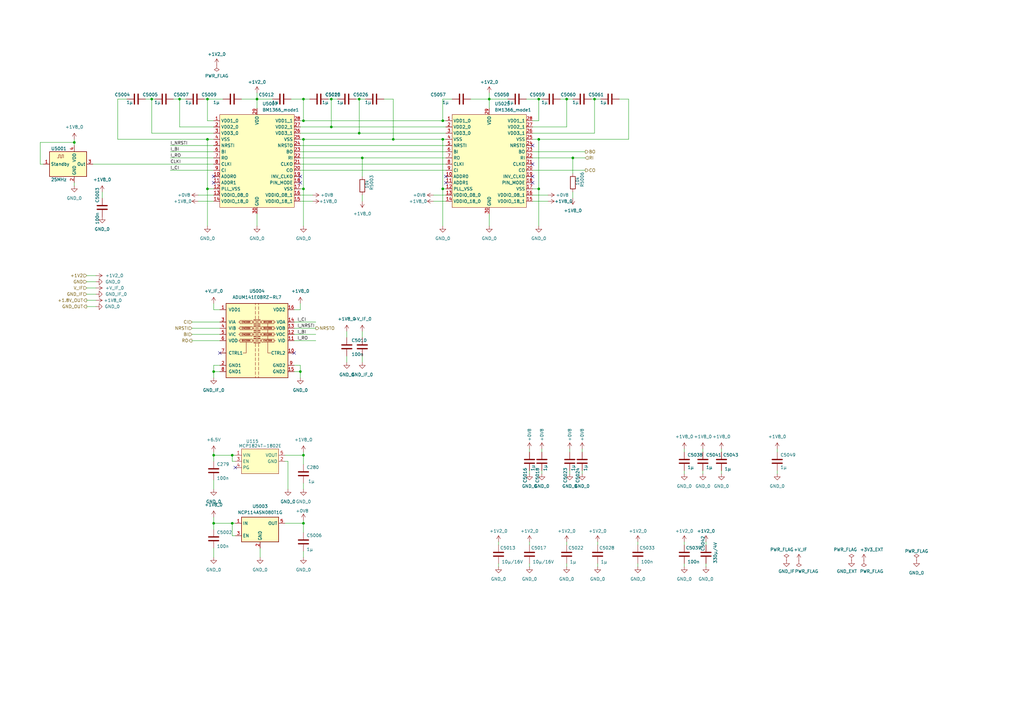
<source format=kicad_sch>
(kicad_sch (version 20231120) (generator "eeschema") (generator_version "8.0")
  (paper "A3")
  (title_block (title "BM1366 PiAxe") (date "2023-10-10") (rev "202"))
  (lib_symbols
    (symbol "Device:C" (pin_numbers hide) (pin_names (offset 0.254))
      (property "Reference" "C" (at 0.635 2.54 0))
      (property "Value" "C" (at 0.635 -2.54 0))
      (symbol "C_1_1"
        (pin passive line (at 0 3.81 270) (length 2.794) (name "~") (number "1"))
        (pin passive line (at 0 -3.81 90) (length 2.794) (name "~") (number "2"))
      )
    )
    (symbol "Device:R" (pin_numbers hide) (pin_names (offset 0))
      (property "Reference" "R" (at 2.032 0 90))
      (property "Value" "R" (at 0 0 90))
      (symbol "R_1_1"
        (pin passive line (at 0 3.81 270) (length 1.27) (name "~") (number "1"))
        (pin passive line (at 0 -3.81 90) (length 1.27) (name "~") (number "2"))
      )
    )
    (symbol "Isolator:ADuM1411" (pin_names (offset 1.016))
      (property "Reference" "U" (at 0 19.05 0))
      (property "Value" "ADuM1411" (at 0 16.51 0))
      (symbol "ADuM1411_0_0"
        (text "DECODE" (at -4.445 0 0) (effects (font (size 0.635 0.635))))
        (text "DECODE" (at 4.445 2.54 0) (effects (font (size 0.635 0.635))))
        (text "DECODE" (at 4.445 5.08 0) (effects (font (size 0.635 0.635))))
        (text "DECODE" (at 4.445 7.62 0) (effects (font (size 0.635 0.635))))
        (text "ENCODE" (at -4.445 2.54 0) (effects (font (size 0.635 0.635))))
        (text "ENCODE" (at -4.445 5.08 0) (effects (font (size 0.635 0.635))))
        (text "ENCODE" (at -4.445 7.62 0) (effects (font (size 0.635 0.635))))
        (text "ENCODE" (at 4.445 0 0) (effects (font (size 0.635 0.635))))
      )
      (symbol "ADuM1411_1_1"
        (pin power_in line (at -15.24 12.7 0) (length 2.54) (name "VDD1") (number "1"))
        (pin input line (at 15.24 -5.08 180) (length 2.54) (name "CTRL2") (number "10"))
        (pin input line (at 15.24 0 180) (length 2.54) (name "VID") (number "11"))
        (pin output line (at 15.24 2.54 180) (length 2.54) (name "VOC") (number "12"))
        (pin output line (at 15.24 5.08 180) (length 2.54) (name "VOB") (number "13"))
        (pin output line (at 15.24 7.62 180) (length 2.54) (name "VOA") (number "14"))
        (pin power_in line (at 15.24 -12.7 180) (length 2.54) (name "GND2") (number "15"))
        (pin power_in line (at 15.24 12.7 180) (length 2.54) (name "VDD2") (number "16"))
        (pin power_in line (at -15.24 -10.16 0) (length 2.54) (name "GND1") (number "2"))
        (pin input line (at -15.24 7.62 0) (length 2.54) (name "VIA") (number "3"))
        (pin input line (at -15.24 5.08 0) (length 2.54) (name "VIB") (number "4"))
        (pin input line (at -15.24 2.54 0) (length 2.54) (name "VIC") (number "5"))
        (pin output line (at -15.24 0 0) (length 2.54) (name "VOD") (number "6"))
        (pin input line (at -15.24 -5.08 0) (length 2.54) (name "CTRL1") (number "7"))
        (pin power_in line (at -15.24 -12.7 0) (length 2.54) (name "GND1") (number "8"))
        (pin power_in line (at 15.24 -10.16 180) (length 2.54) (name "GND2") (number "9"))
      )
    )
    (symbol "Oscillator:ASDMB-xxxMHz"
      (property "Reference" "U" (at -6.35 6.35 0))
      (property "Value" "ASDMB-xxxMHz" (at 11.43 6.35 0))
      (symbol "ASDMB-xxxMHz_1_1"
        (pin input line (at -10.16 0 0) (length 2.54) (name "Standby") (number "1"))
        (pin power_in line (at 2.54 -7.62 90) (length 2.54) (name "GND") (number "2"))
        (pin output line (at 10.16 0 180) (length 2.54) (name "Out") (number "3"))
        (pin power_in line (at 2.54 7.62 270) (length 2.54) (name "VDD") (number "4"))
      )
    )
    (symbol "bitaxe:MCP1824"
      (property "Reference" "U7" (at -3.175 6.985 0))
      (property "Value" "MCP1824T-1802E" (at 0 5.08 0))
      (symbol "MCP1824_1_0"
        (pin power_in line (at -10.16 1.27 0) (length 2.54) (name "VIN") (number "1"))
        (pin power_in line (at 10.16 -1.27 180) (length 2.54) (name "GND") (number "2"))
        (pin input line (at -10.16 -1.27 0) (length 2.54) (name "EN") (number "3"))
        (pin bidirectional line (at -10.16 -3.81 0) (length 2.54) (name "PG") (number "4"))
        (pin power_out line (at 10.16 1.27 180) (length 2.54) (name "VOUT") (number "5"))
      )
    )
    (symbol "mylib7:+0V8_0" (in_bom no) (on_board no)
      (property "Value" "+0V8" (at 0 3.175 90))
      (symbol "+0V8_0_1_1"
        (pin power_in line (at 0 0 90) (length 0) hide (name "+0V8_0") (number "1"))
      )
    )
    (symbol "mylib7:+1V2_0" (power) (pin_names (offset 0))
      (property "Value" "+1V2_0" (at 0 4.445 0))
      (symbol "+1V2_0_1_1"
        (pin power_in line (at 0 0 90) (length 0) hide (name "+1V2_0") (number "1"))
      )
    )
    (symbol "mylib7:+1V8_0" (power) (pin_names (offset 0))
      (property "Value" "+1V8_0" (at 0 5.08 0))
      (symbol "+1V8_0_1_1"
        (pin power_in line (at 0 0 90) (length 0) hide (name "+1V8_0") (number "1"))
      )
    )
    (symbol "mylib7:+3V3_EXT" (power) (pin_names (offset 0))
      (property "Value" "+3V3_EXT" (at 0 4.445 0))
      (symbol "+3V3_EXT_1_1"
        (pin power_in line (at 0 0 90) (length 0) hide (name "+3V3_EXT") (number "1"))
      )
    )
    (symbol "mylib7:+6.5V" (power) (pin_names (offset 0))
      (property "Value" "+6.5V" (at 0 4.445 0))
      (symbol "+6.5V_1_1"
        (pin power_in line (at 0 0 90) (length 0) hide (name "+5V") (number "1"))
      )
    )
    (symbol "mylib7:+V_IF" (power) (pin_names (offset 0))
      (property "Value" "+V_IF" (at 0 5.08 0))
      (symbol "+V_IF_1_1"
        (pin power_in line (at 0 0 90) (length 0) hide (name "+V_IF") (number "1"))
      )
    )
    (symbol "mylib7:+V_IF_0" (power) (pin_names (offset 0))
      (property "Value" "+V_IF_0" (at 0 5.08 0))
      (symbol "+V_IF_0_1_1"
        (pin power_in line (at 0 0 90) (length 0) hide (name "+V_IF") (number "1"))
      )
    )
    (symbol "mylib7:BM1366_mode1"
      (property "Reference" "U8" (at 1.9559 24.13 0))
      (property "Value" "BM1366_mode1" (at 1.9559 21.59 0))
      (symbol "BM1366_mode1_1_1"
        (pin input line (at -17.78 17.78 0) (length 2.54) (name "VDD1_0") (number "1"))
        (pin input line (at -17.78 -5.08 0) (length 2.54) (name "ADDR0") (number "10"))
        (pin input line (at -17.78 -7.62 0) (length 2.54) (name "ADDR1") (number "11"))
        (pin power_in line (at -17.78 -10.16 0) (length 2.54) (name "PLL_VSS") (number "12"))
        (pin power_in line (at -17.78 -12.7 0) (length 2.54) (name "VDDIO_08_0") (number "13"))
        (pin power_in line (at -17.78 -15.24 0) (length 2.54) (name "VDDIO_18_0") (number "14"))
        (pin power_in line (at 17.78 -15.24 180) (length 2.54) (name "VDDIO_18_1") (number "15"))
        (pin power_in line (at 17.78 -12.7 180) (length 2.54) (name "VDDIO_08_1") (number "16"))
        (pin power_in line (at 17.78 -10.16 180) (length 2.54) (name "VSS") (number "17"))
        (pin input line (at 17.78 -7.62 180) (length 2.54) (name "PIN_MODE") (number "18"))
        (pin input line (at 17.78 -5.08 180) (length 2.54) (name "INV_CLKO") (number "19"))
        (pin input line (at -17.78 15.24 0) (length 2.54) (name "VDD2_0") (number "2"))
        (pin output line (at 17.78 -2.54 180) (length 2.54) (name "CO") (number "20"))
        (pin output line (at 17.78 0 180) (length 2.54) (name "CLKO") (number "21"))
        (pin input line (at 17.78 2.54 180) (length 2.54) (name "RI") (number "22"))
        (pin output line (at 17.78 5.08 180) (length 2.54) (name "BO") (number "23"))
        (pin output line (at 17.78 7.62 180) (length 2.54) (name "NRSTO") (number "24"))
        (pin input line (at 17.78 10.16 180) (length 2.54) (name "VSS") (number "25"))
        (pin input line (at 17.78 12.7 180) (length 2.54) (name "VDD3_1") (number "26"))
        (pin input line (at 17.78 15.24 180) (length 2.54) (name "VDD2_1") (number "27"))
        (pin input line (at 17.78 17.78 180) (length 2.54) (name "VDD1_1") (number "28"))
        (pin power_in line (at 0 22.86 270) (length 2.54) (name "VDD") (number "29"))
        (pin input line (at -17.78 12.7 0) (length 2.54) (name "VDD3_0") (number "3"))
        (pin power_in line (at 0 -20.32 90) (length 2.54) (name "GND") (number "30"))
        (pin input line (at -17.78 10.16 0) (length 2.54) (name "VSS") (number "4"))
        (pin input line (at -17.78 7.62 0) (length 2.54) (name "NRSTI") (number "5"))
        (pin input line (at -17.78 5.08 0) (length 2.54) (name "BI") (number "6"))
        (pin output line (at -17.78 2.54 0) (length 2.54) (name "RO") (number "7"))
        (pin input line (at -17.78 0 0) (length 2.54) (name "CLKI") (number "8"))
        (pin input line (at -17.78 -2.54 0) (length 2.54) (name "CI") (number "9"))
      )
    )
    (symbol "mylib7:GND_0" (power) (pin_names (offset 0))
      (property "Value" "GND_0" (at 0 -5.08 0))
      (symbol "GND_0_1_1"
        (pin power_in line (at 0 0 270) (length 0) hide (name "GND_0") (number "1"))
      )
    )
    (symbol "mylib7:GND_EXT" (power) (pin_names (offset 0))
      (property "Value" "GND_EXT" (at 0 -5.08 0))
      (symbol "GND_EXT_1_1"
        (pin power_in line (at 0 0 270) (length 0) hide (name "GND_EXT") (number "1"))
      )
    )
    (symbol "mylib7:GND_IF" (power) (pin_names (offset 0))
      (property "Value" "GND_IF" (at 0 -5.08 0))
      (symbol "GND_IF_1_1"
        (pin power_in line (at 0 0 270) (length 0) hide (name "GND_IF") (number "1"))
      )
    )
    (symbol "mylib7:GND_IF_0" (power) (pin_names (offset 0))
      (property "Value" "GND_IF_0" (at 0 -5.08 0))
      (symbol "GND_IF_0_1_1"
        (pin power_in line (at 0 0 270) (length 0) hide (name "GND_IF") (number "1"))
      )
    )
    (symbol "mylib7:NCP114-SN"
      (property "Reference" "U4" (at 0 9.525 0))
      (property "Value" "NCP115-SN" (at 0 6.985 0))
      (symbol "NCP114-SN_1_1"
        (pin power_in line (at -10.16 2.54 0) (length 2.54) (name "IN") (number "1"))
        (pin power_in line (at 0 -7.62 90) (length 2.54) (name "GND") (number "2"))
        (pin input line (at -10.16 -2.54 0) (length 2.54) (name "EN") (number "3"))
        (pin power_out line (at 10.16 2.54 180) (length 2.54) (name "OUT") (number "5"))
      )
    )
    (symbol "power:PWR_FLAG" (power) (pin_numbers hide) (pin_names (offset 0) hide)
      (property "Value" "PWR_FLAG" (at 0 3.81 0))
      (symbol "PWR_FLAG_0_0"
        (pin power_out line (at 0 0 90) (length 0) (name "pwr") (number "1"))
      )
    )
  )
  (junction (at 243.84 40.64))
  (junction (at 220.98 77.47))
  (junction (at 232.41 40.64))
  (junction (at 85.09 40.64))
  (junction (at 135.89 40.64))
  (junction (at 220.98 40.64))
  (junction (at 181.61 57.15))
  (junction (at 181.61 49.53))
  (junction (at 85.09 77.47))
  (junction (at 200.66 40.64))
  (junction (at 147.32 54.61))
  (junction (at 161.29 57.15))
  (junction (at 181.61 77.47))
  (junction (at 73.66 40.64))
  (junction (at 148.59 64.77))
  (junction (at 234.95 64.77))
  (junction (at 124.46 40.64))
  (junction (at 123.19 152.4))
  (junction (at 147.32 40.64))
  (junction (at 85.09 57.15))
  (junction (at 135.89 52.07))
  (junction (at 30.48 58.42))
  (junction (at 87.63 214.63) (diameter 0.9144))
  (junction (at 124.46 214.63) (diameter 0.9144))
  (junction (at 87.63 152.4))
  (junction (at 124.46 49.53))
  (junction (at 95.25 186.69))
  (junction (at 95.25 214.63))
  (junction (at 220.98 57.15))
  (junction (at 62.23 40.64))
  (junction (at 124.46 186.69))
  (junction (at 124.46 77.47))
  (junction (at 87.63 186.69) (diameter 0.9144))
  (junction (at 105.41 40.64))
  (junction (at 124.46 57.15))
  (no_connect (at 87.63 72.39))
  (no_connect (at 96.52 191.77))
  (no_connect (at 120.65 144.78))
  (no_connect (at 182.88 74.93))
  (no_connect (at 87.63 74.93))
  (no_connect (at 218.44 72.39))
  (no_connect (at 90.17 144.78))
  (no_connect (at 182.88 72.39))
  (no_connect (at 218.44 74.93))
  (no_connect (at 123.19 74.93))
  (no_connect (at 218.44 59.69))
  (no_connect (at 218.44 67.31))
  (no_connect (at 123.19 72.39))
  (wire (pts (xy 59.69 40.64) (xy 62.23 40.64)))
  (wire (pts (xy 135.89 52.07) (xy 182.88 52.07)))
  (wire (pts (xy 200.66 40.64) (xy 208.28 40.64)))
  (wire (pts (xy 69.85 62.23) (xy 87.63 62.23)))
  (wire (pts (xy 148.59 64.77) (xy 148.59 72.39)))
  (wire (pts (xy 123.19 59.69) (xy 182.88 59.69)))
  (wire (pts (xy 30.48 57.15) (xy 30.48 58.42)))
  (wire (pts (xy 69.85 64.77) (xy 87.63 64.77)))
  (wire (pts (xy 35.56 120.65) (xy 39.37 120.65)))
  (wire (pts (xy 87.63 186.69) (xy 95.25 186.69)))
  (wire (pts (xy 142.24 146.05) (xy 142.24 148.59)))
  (wire (pts (xy 182.88 49.53) (xy 181.61 49.53)))
  (wire (pts (xy 124.46 49.53) (xy 124.46 40.64)))
  (wire (pts (xy 280.67 231.14) (xy 280.67 232.41)))
  (wire (pts (xy 73.66 52.07) (xy 87.63 52.07)))
  (wire (pts (xy 242.57 40.64) (xy 243.84 40.64)))
  (wire (pts (xy 87.63 152.4) (xy 87.63 154.94)))
  (wire (pts (xy 233.68 193.04) (xy 233.68 194.31)))
  (wire (pts (xy 120.65 127) (xy 123.19 127)))
  (wire (pts (xy 85.09 49.53) (xy 87.63 49.53)))
  (wire (pts (xy 218.44 77.47) (xy 220.98 77.47)))
  (wire (pts (xy 48.26 40.64) (xy 52.07 40.64)))
  (wire (pts (xy 95.25 189.23) (xy 95.25 186.69)))
  (wire (pts (xy 147.32 40.64) (xy 149.86 40.64)))
  (wire (pts (xy 35.56 113.03) (xy 39.37 113.03)))
  (wire (pts (xy 257.81 40.64) (xy 254 40.64)))
  (wire (pts (xy 148.59 64.77) (xy 182.88 64.77)))
  (wire (pts (xy 123.19 54.61) (xy 147.32 54.61)))
  (wire (pts (xy 116.84 214.63) (xy 124.46 214.63)))
  (wire (pts (xy 73.66 52.07) (xy 73.66 40.64)))
  (wire (pts (xy 161.29 57.15) (xy 181.61 57.15)))
  (wire (pts (xy 87.63 212.09) (xy 87.63 214.63)))
  (wire (pts (xy 134.62 40.64) (xy 135.89 40.64)))
  (wire (pts (xy 87.63 214.63) (xy 87.63 217.17)))
  (wire (pts (xy 96.52 219.71) (xy 95.25 219.71)))
  (wire (pts (xy 38.1 67.31) (xy 87.63 67.31)))
  (wire (pts (xy 90.17 134.62) (xy 78.74 134.62)))
  (wire (pts (xy 81.28 80.01) (xy 87.63 80.01)))
  (wire (pts (xy 123.19 52.07) (xy 135.89 52.07)))
  (wire (pts (xy 280.67 185.42) (xy 280.67 184.15)))
  (wire (pts (xy 161.29 57.15) (xy 161.29 40.64)))
  (wire (pts (xy 261.62 231.14) (xy 261.62 232.41)))
  (wire (pts (xy 73.66 40.64) (xy 76.2 40.64)))
  (wire (pts (xy 218.44 52.07) (xy 232.41 52.07)))
  (wire (pts (xy 123.19 62.23) (xy 182.88 62.23)))
  (wire (pts (xy 78.74 137.16) (xy 90.17 137.16)))
  (wire (pts (xy 220.98 77.47) (xy 220.98 92.71)))
  (wire (pts (xy 200.66 87.63) (xy 200.66 92.71)))
  (wire (pts (xy 129.54 132.08) (xy 120.65 132.08)))
  (wire (pts (xy 218.44 80.01) (xy 224.79 80.01)))
  (wire (pts (xy 124.46 226.06) (xy 124.46 228.6)))
  (wire (pts (xy 238.76 184.15) (xy 238.76 185.42)))
  (wire (pts (xy 87.63 196.85) (xy 87.63 200.66)))
  (wire (pts (xy 95.25 214.63) (xy 96.52 214.63)))
  (wire (pts (xy 142.24 135.89) (xy 142.24 138.43)))
  (wire (pts (xy 234.95 64.77) (xy 240.03 64.77)))
  (wire (pts (xy 148.59 135.89) (xy 148.59 138.43)))
  (wire (pts (xy 62.23 40.64) (xy 63.5 40.64)))
  (wire (pts (xy 90.17 127) (xy 87.63 127)))
  (wire (pts (xy 123.19 149.86) (xy 123.19 152.4)))
  (wire (pts (xy 16.51 58.42) (xy 16.51 67.31)))
  (wire (pts (xy 233.68 184.15) (xy 233.68 185.42)))
  (wire (pts (xy 222.25 193.04) (xy 222.25 194.31)))
  (wire (pts (xy 90.17 149.86) (xy 87.63 149.86)))
  (wire (pts (xy 120.65 137.16) (xy 129.54 137.16)))
  (wire (pts (xy 243.84 40.64) (xy 246.38 40.64)))
  (wire (pts (xy 85.09 57.15) (xy 85.09 77.47)))
  (wire (pts (xy 99.06 40.64) (xy 105.41 40.64)))
  (wire (pts (xy 218.44 57.15) (xy 220.98 57.15)))
  (wire (pts (xy 85.09 77.47) (xy 87.63 77.47)))
  (wire (pts (xy 295.91 184.15) (xy 295.91 185.42)))
  (wire (pts (xy 124.46 57.15) (xy 161.29 57.15)))
  (wire (pts (xy 182.88 77.47) (xy 181.61 77.47)))
  (wire (pts (xy 35.56 123.19) (xy 39.37 123.19)))
  (wire (pts (xy 182.88 57.15) (xy 181.61 57.15)))
  (wire (pts (xy 215.9 40.64) (xy 220.98 40.64)))
  (wire (pts (xy 181.61 77.47) (xy 181.61 92.71)))
  (wire (pts (xy 87.63 186.69) (xy 87.63 189.23)))
  (wire (pts (xy 124.46 185.42) (xy 124.46 186.69)))
  (wire (pts (xy 87.63 185.42) (xy 87.63 186.69)))
  (wire (pts (xy 220.98 40.64) (xy 222.25 40.64)))
  (wire (pts (xy 295.91 193.04) (xy 295.91 194.31)))
  (wire (pts (xy 87.63 127) (xy 87.63 124.46)))
  (wire (pts (xy 217.17 231.14) (xy 217.17 232.41)))
  (wire (pts (xy 123.19 82.55) (xy 128.27 82.55)))
  (wire (pts (xy 232.41 40.64) (xy 234.95 40.64)))
  (wire (pts (xy 218.44 54.61) (xy 243.84 54.61)))
  (wire (pts (xy 95.25 214.63) (xy 95.25 219.71)))
  (wire (pts (xy 147.32 54.61) (xy 147.32 40.64)))
  (wire (pts (xy 41.91 78.74) (xy 41.91 81.28)))
  (wire (pts (xy 90.17 152.4) (xy 87.63 152.4)))
  (wire (pts (xy 222.25 184.15) (xy 222.25 185.42)))
  (wire (pts (xy 30.48 58.42) (xy 30.48 59.69)))
  (wire (pts (xy 95.25 189.23) (xy 96.52 189.23)))
  (wire (pts (xy 280.67 222.25) (xy 280.67 223.52)))
  (wire (pts (xy 245.11 231.14) (xy 245.11 232.41)))
  (wire (pts (xy 123.19 80.01) (xy 128.27 80.01)))
  (wire (pts (xy 181.61 57.15) (xy 181.61 77.47)))
  (wire (pts (xy 232.41 231.14) (xy 232.41 232.41)))
  (wire (pts (xy 35.56 115.57) (xy 39.37 115.57)))
  (wire (pts (xy 289.56 222.25) (xy 289.56 223.52)))
  (wire (pts (xy 261.62 222.25) (xy 261.62 223.52)))
  (wire (pts (xy 71.12 40.64) (xy 73.66 40.64)))
  (wire (pts (xy 118.11 189.23) (xy 116.84 189.23)))
  (wire (pts (xy 106.68 224.79) (xy 106.68 228.6)))
  (wire (pts (xy 234.95 64.77) (xy 234.95 71.12)))
  (wire (pts (xy 87.63 149.86) (xy 87.63 152.4)))
  (wire (pts (xy 148.59 80.01) (xy 148.59 82.55)))
  (wire (pts (xy 81.28 82.55) (xy 87.63 82.55)))
  (wire (pts (xy 234.95 78.74) (xy 234.95 81.28)))
  (wire (pts (xy 218.44 64.77) (xy 234.95 64.77)))
  (wire (pts (xy 217.17 222.25) (xy 217.17 223.52)))
  (wire (pts (xy 245.11 222.25) (xy 245.11 223.52)))
  (wire (pts (xy 123.19 127) (xy 123.19 124.46)))
  (wire (pts (xy 85.09 40.64) (xy 85.09 49.53)))
  (wire (pts (xy 218.44 69.85) (xy 240.03 69.85)))
  (wire (pts (xy 105.41 40.64) (xy 111.76 40.64)))
  (wire (pts (xy 238.76 193.04) (xy 238.76 194.31)))
  (wire (pts (xy 30.48 58.42) (xy 16.51 58.42)))
  (wire (pts (xy 288.29 193.04) (xy 288.29 194.31)))
  (wire (pts (xy 35.56 125.73) (xy 39.37 125.73)))
  (wire (pts (xy 218.44 49.53) (xy 220.98 49.53)))
  (wire (pts (xy 229.87 40.64) (xy 232.41 40.64)))
  (wire (pts (xy 116.84 186.69) (xy 124.46 186.69)))
  (wire (pts (xy 204.47 222.25) (xy 204.47 223.52)))
  (wire (pts (xy 177.8 82.55) (xy 182.88 82.55)))
  (wire (pts (xy 124.46 213.36) (xy 124.46 214.63)))
  (wire (pts (xy 120.65 149.86) (xy 123.19 149.86)))
  (wire (pts (xy 124.46 186.69) (xy 124.46 190.5)))
  (wire (pts (xy 95.25 186.69) (xy 96.52 186.69)))
  (wire (pts (xy 204.47 231.14) (xy 204.47 232.41)))
  (wire (pts (xy 83.82 40.64) (xy 85.09 40.64)))
  (wire (pts (xy 123.19 67.31) (xy 182.88 67.31)))
  (wire (pts (xy 217.17 184.15) (xy 217.17 185.42)))
  (wire (pts (xy 87.63 57.15) (xy 85.09 57.15)))
  (wire (pts (xy 124.46 40.64) (xy 127 40.64)))
  (wire (pts (xy 220.98 49.53) (xy 220.98 40.64)))
  (wire (pts (xy 123.19 57.15) (xy 124.46 57.15)))
  (wire (pts (xy 35.56 118.11) (xy 39.37 118.11)))
  (wire (pts (xy 90.17 139.7) (xy 78.74 139.7)))
  (wire (pts (xy 105.41 40.64) (xy 105.41 44.45)))
  (wire (pts (xy 147.32 54.61) (xy 182.88 54.61)))
  (wire (pts (xy 318.77 193.04) (xy 318.77 194.31)))
  (wire (pts (xy 123.19 69.85) (xy 182.88 69.85)))
  (wire (pts (xy 280.67 193.04) (xy 280.67 194.31)))
  (wire (pts (xy 181.61 40.64) (xy 185.42 40.64)))
  (wire (pts (xy 123.19 49.53) (xy 124.46 49.53)))
  (wire (pts (xy 105.41 87.63) (xy 105.41 92.71)))
  (wire (pts (xy 218.44 82.55) (xy 224.79 82.55)))
  (wire (pts (xy 129.54 134.62) (xy 120.65 134.62)))
  (wire (pts (xy 123.19 152.4) (xy 123.19 154.94)))
  (wire (pts (xy 289.56 231.14) (xy 289.56 232.41)))
  (wire (pts (xy 90.17 132.08) (xy 78.74 132.08)))
  (wire (pts (xy 85.09 40.64) (xy 91.44 40.64)))
  (wire (pts (xy 124.46 57.15) (xy 124.46 77.47)))
  (wire (pts (xy 318.77 185.42) (xy 318.77 184.15)))
  (wire (pts (xy 87.63 214.63) (xy 95.25 214.63)))
  (wire (pts (xy 218.44 62.23) (xy 240.03 62.23)))
  (wire (pts (xy 193.04 40.64) (xy 200.66 40.64)))
  (wire (pts (xy 69.85 59.69) (xy 87.63 59.69)))
  (wire (pts (xy 69.85 69.85) (xy 87.63 69.85)))
  (wire (pts (xy 288.29 185.42) (xy 288.29 184.15)))
  (wire (pts (xy 243.84 54.61) (xy 243.84 40.64)))
  (wire (pts (xy 129.54 139.7) (xy 120.65 139.7)))
  (wire (pts (xy 123.19 152.4) (xy 120.65 152.4)))
  (wire (pts (xy 200.66 40.64) (xy 200.66 44.45)))
  (wire (pts (xy 30.48 74.93) (xy 30.48 76.2)))
  (wire (pts (xy 124.46 49.53) (xy 181.61 49.53)))
  (wire (pts (xy 85.09 77.47) (xy 85.09 92.71)))
  (wire (pts (xy 257.81 57.15) (xy 257.81 40.64)))
  (wire (pts (xy 148.59 146.05) (xy 148.59 148.59)))
  (wire (pts (xy 85.09 57.15) (xy 48.26 57.15)))
  (wire (pts (xy 119.38 40.64) (xy 124.46 40.64)))
  (wire (pts (xy 200.66 38.1) (xy 200.66 40.64)))
  (wire (pts (xy 123.19 77.47) (xy 124.46 77.47)))
  (wire (pts (xy 48.26 57.15) (xy 48.26 40.64)))
  (wire (pts (xy 105.41 38.1) (xy 105.41 40.64)))
  (wire (pts (xy 232.41 52.07) (xy 232.41 40.64)))
  (wire (pts (xy 177.8 80.01) (xy 182.88 80.01)))
  (wire (pts (xy 161.29 40.64) (xy 157.48 40.64)))
  (wire (pts (xy 135.89 52.07) (xy 135.89 40.64)))
  (wire (pts (xy 146.05 40.64) (xy 147.32 40.64)))
  (wire (pts (xy 62.23 54.61) (xy 62.23 40.64)))
  (wire (pts (xy 181.61 40.64) (xy 181.61 49.53)))
  (wire (pts (xy 220.98 57.15) (xy 257.81 57.15)))
  (wire (pts (xy 220.98 57.15) (xy 220.98 77.47)))
  (wire (pts (xy 123.19 64.77) (xy 148.59 64.77)))
  (wire (pts (xy 135.89 40.64) (xy 138.43 40.64)))
  (wire (pts (xy 118.11 189.23) (xy 118.11 200.66)))
  (wire (pts (xy 124.46 198.12) (xy 124.46 200.66)))
  (wire (pts (xy 87.63 224.79) (xy 87.63 228.6)))
  (wire (pts (xy 217.17 193.04) (xy 217.17 194.31)))
  (wire (pts (xy 124.46 214.63) (xy 124.46 218.44)))
  (wire (pts (xy 232.41 222.25) (xy 232.41 223.52)))
  (wire (pts (xy 124.46 77.47) (xy 124.46 92.71)))
  (wire (pts (xy 16.51 67.31) (xy 17.78 67.31)))
  (wire (pts (xy 62.23 54.61) (xy 87.63 54.61)))
  (label "CLKI" (at 69.85 67.31 0))
  (label "I_BI" (at 121.92 137.16 0))
  (label "I_BI" (at 69.85 62.23 0))
  (label "I_CI" (at 121.92 132.08 0))
  (label "I_CI" (at 69.85 69.85 0))
  (label "I_RO" (at 121.92 139.7 0))
  (label "I_NRSTI" (at 121.92 134.62 0))
  (label "I_NRSTI" (at 69.85 59.69 0))
  (label "I_RO" (at 69.85 64.77 0))
  (hierarchical_label "BI" (shape input) (at 78.74 137.16 180))
  (hierarchical_label "+1.8V_OUT" (shape output) (at 35.56 123.19 180))
  (hierarchical_label "GND" (shape input) (at 35.56 115.57 180))
  (hierarchical_label "BO" (shape output) (at 240.03 62.23 0))
  (hierarchical_label "NRSTI" (shape input) (at 78.74 134.62 180))
  (hierarchical_label "CI" (shape input) (at 78.74 132.08 180))
  (hierarchical_label "V_IF" (shape input) (at 35.56 118.11 180))
  (hierarchical_label "+1V2" (shape input) (at 35.56 113.03 180))
  (hierarchical_label "NRSTO" (shape output) (at 129.54 134.62 0))
  (hierarchical_label "RI" (shape input) (at 240.03 64.77 0))
  (hierarchical_label "GND_OUT" (shape output) (at 35.56 125.73 180))
  (hierarchical_label "CO" (shape output) (at 240.03 69.85 0))
  (hierarchical_label "RO" (shape output) (at 78.74 139.7 180))
  (hierarchical_label "GND_IF" (shape input) (at 35.56 120.65 180))
  (symbol (lib_id "mylib7:+0V8_0") (at 81.28 80.01 90) (unit 1) (in_bom no) (on_board no)
    (property "Reference" "U5006" (effects (hide yes)))
    (property "Value" "+0V8" (at 78.105 80.01 90) (effects (justify left)))
    (property "Distributor" "-" (effects (hide yes)))
  )
  (symbol (lib_id "mylib7:GND_0") (at 123.19 154.94 0) (unit 1)
    (property "Reference" "#PWR05018" (effects (hide yes)))
    (property "Value" "GND_0" (at 123.19 160.02 0))
  )
  (symbol (lib_id "mylib7:+1V2_0") (at 204.47 222.25 0) (unit 1)
    (property "Reference" "#PWR05029" (effects (hide yes)))
    (property "Value" "+1V2_0" (at 204.47 217.805 0))
  )
  (symbol (lib_id "Device:C") (at 233.68 189.23 180) (unit 1)
    (property "Reference" "C5023" (at 231.14 191.77 90) (effects (justify left bottom)))
    (property "Value" "1µ" (at 234.315 190.5 90) (effects (justify left bottom)))
    (property "Footprint" "Capacitor_SMD:C_0603_1608Metric" (effects (hide yes)))
    (property "Manufacturer" "CC0603KRX7R7BB105" (effects (hide yes)))
    (property "Distributor" "D" (effects (hide yes)))
    (property "OrderNr" "311-1446-1-ND" (effects (hide yes)))
  )
  (symbol (lib_id "mylib7:+V_IF_0") (at 148.59 135.89 0) (unit 1)
    (property "Reference" "#PWR0149" (effects (hide yes)))
    (property "Value" "+V_IF_0" (at 148.59 130.81 0))
  )
  (symbol (lib_id "mylib7:+1V2_0") (at 280.67 222.25 0) (unit 1)
    (property "Reference" "#PWR05079" (effects (hide yes)))
    (property "Value" "+1V2_0" (at 280.67 217.805 0))
  )
  (symbol (lib_id "Device:C") (at 295.91 189.23 0) (unit 1)
    (property "Reference" "C5043" (at 296.545 187.325 0) (effects (justify left bottom)))
    (property "Value" "1µ" (at 297.18 193.04 0) (effects (justify left bottom)))
    (property "Footprint" "Capacitor_SMD:C_0603_1608Metric" (effects (hide yes)))
    (property "Manufacturer" "CC0603KRX7R7BB105" (effects (hide yes)))
    (property "Distributor" "D" (effects (hide yes)))
    (property "OrderNr" "311-1446-1-ND" (effects (hide yes)))
  )
  (symbol (lib_id "Device:R") (at 234.95 74.93 0) (unit 1)
    (property "Reference" "R5006" (at 238.76 73.66 90))
    (property "Value" "10k" (at 236.855 74.295 90))
    (property "Footprint" "Resistor_SMD:R_0603_1608Metric" (effects (hide yes)))
    (property "Manufacturer" "ERJ-H3EF1002V" (effects (hide yes)))
    (property "Distributor" "D" (effects (hide yes)))
    (property "OrderNr" "10-ERJ-H3EF1002VCT-ND" (effects (hide yes)))
  )
  (symbol (lib_id "mylib7:+1V8_0") (at 123.19 124.46 0) (mirror y) (unit 1)
    (property "Reference" "#PWR05017" (effects (hide yes)))
    (property "Value" "+1V8_0" (at 123.19 119.38 0))
  )
  (symbol (lib_id "mylib7:+1V8_0") (at 177.8 82.55 90) (unit 1)
    (property "Reference" "#PWR05118" (effects (hide yes)))
    (property "Value" "+1V8_0" (at 171.45 82.55 90))
  )
  (symbol (lib_id "mylib7:+1V8_0") (at 30.48 57.15 0) (unit 1)
    (property "Reference" "#PWR05001" (effects (hide yes)))
    (property "Value" "+1V8_0" (at 30.48 52.07 0))
  )
  (symbol (lib_id "mylib7:GND_IF") (at 322.58 229.87 0) (unit 1)
    (property "Reference" "#PWR05100" (effects (hide yes)))
    (property "Value" "GND_IF" (at 322.58 234.315 0))
  )
  (symbol (lib_id "power:PWR_FLAG") (at 354.33 229.87 180) (unit 1)
    (property "Reference" "#FLG05006" (effects (hide yes)))
    (property "Value" "PWR_FLAG" (at 357.505 234.315 0))
  )
  (symbol (lib_id "mylib7:GND_0") (at 124.46 228.6 0) (mirror y) (unit 1)
    (property "Reference" "#PWR05014" (effects (hide yes)))
    (property "Value" "GND_0" (at 124.46 233.68 0))
  )
  (symbol (lib_id "Device:C") (at 261.62 227.33 0) (unit 1)
    (property "Reference" "C5033" (at 262.255 225.425 0) (effects (justify left bottom)))
    (property "Value" "100n" (at 262.89 231.14 0) (effects (justify left bottom)))
    (property "Footprint" "Capacitor_SMD:C_0603_1608Metric" (effects (hide yes)))
    (property "Manufacturer" "CC0603KRX5R9BB104" (effects (hide yes)))
    (property "Distributor" "D" (effects (hide yes)))
    (property "OrderNr" "311-4046-1-ND" (effects (hide yes)))
  )
  (symbol (lib_id "mylib7:+0V8_0") (at 222.25 184.15 0) (unit 1) (in_bom no) (on_board no)
    (property "Reference" "U5010" (effects (hide yes)))
    (property "Value" "+0V8" (at 222.25 180.975 90) (effects (justify left)))
    (property "Distributor" "-" (effects (hide yes)))
  )
  (symbol (lib_id "mylib7:GND_0") (at 238.76 194.31 0) (mirror y) (unit 1)
    (property "Reference" "#PWR05049" (effects (hide yes)))
    (property "Value" "GND_0" (at 238.76 199.39 0))
  )
  (symbol (lib_id "Device:C") (at 87.63 193.04 0) (unit 1)
    (property "Reference" "C279" (at 88.9 191.135 0) (effects (justify left bottom)))
    (property "Value" "100n" (at 88.9 196.85 0) (effects (justify left bottom)))
    (property "Footprint" "Capacitor_SMD:C_0603_1608Metric" (effects (hide yes)))
    (property "Manufacturer" "CC0603KRX5R9BB104" (effects (hide yes)))
    (property "Distributor" "D" (effects (hide yes)))
    (property "OrderNr" "311-4046-1-ND" (effects (hide yes)))
  )
  (symbol (lib_id "mylib7:+1V8_0") (at 142.24 135.89 0) (unit 1)
    (property "Reference" "#PWR05022" (effects (hide yes)))
    (property "Value" "+1V8_0" (at 142.24 130.81 0))
  )
  (symbol (lib_id "mylib7:BM1366_mode1") (at 200.66 67.31 0) (unit 1)
    (property "Reference" "U5025" (at 202.8541 42.545 0) (effects (justify left)))
    (property "Value" "BM1366_mode1" (at 202.8541 45.085 0) (effects (justify left)))
    (property "Footprint" "0xaxe:BM1366" (effects (hide yes)))
    (property "Distributor" "-" (effects (hide yes)))
  )
  (symbol (lib_id "Device:R") (at 148.59 76.2 0) (unit 1)
    (property "Reference" "R5003" (at 152.4 74.93 90))
    (property "Value" "10k" (at 150.495 75.565 90))
    (property "Footprint" "Resistor_SMD:R_0603_1608Metric" (effects (hide yes)))
    (property "Manufacturer" "ERJ-H3EF1002V" (effects (hide yes)))
    (property "Distributor" "D" (effects (hide yes)))
    (property "OrderNr" "10-ERJ-H3EF1002VCT-ND" (effects (hide yes)))
  )
  (symbol (lib_id "mylib7:GND_IF_0") (at 87.63 154.94 0) (unit 1)
    (property "Reference" "#PWR0137" (effects (hide yes)))
    (property "Value" "GND_IF_0" (at 87.63 160.02 0))
  )
  (symbol (lib_id "mylib7:GND_0") (at 87.63 200.66 0) (unit 1)
    (property "Reference" "#PWR0606" (effects (hide yes)))
    (property "Value" "GND_0" (at 87.63 205.74 0))
  )
  (symbol (lib_id "Device:C") (at 232.41 227.33 0) (unit 1)
    (property "Reference" "C5022" (at 233.045 225.425 0) (effects (justify left bottom)))
    (property "Value" "1µ" (at 233.68 231.14 0) (effects (justify left bottom)))
    (property "Footprint" "Capacitor_SMD:C_0603_1608Metric" (effects (hide yes)))
    (property "Manufacturer" "CC0603KRX7R7BB105" (effects (hide yes)))
    (property "Distributor" "D" (effects (hide yes)))
    (property "OrderNr" "311-1446-1-ND" (effects (hide yes)))
  )
  (symbol (lib_id "mylib7:+V_IF_0") (at 87.63 124.46 0) (unit 1)
    (property "Reference" "#PWR0148" (effects (hide yes)))
    (property "Value" "+V_IF_0" (at 87.63 119.38 0))
  )
  (symbol (lib_id "bitaxe:MCP1824") (at 106.68 187.96 0) (unit 1)
    (property "Reference" "U115" (at 103.505 180.975 0))
    (property "Value" "MCP1824T-1802E" (at 106.68 182.88 0))
    (property "Footprint" "Package_TO_SOT_SMD:SOT-23-5" (effects (hide yes)))
    (property "Datasheet" "https://ww1.microchip.com/downloads/en/DeviceDoc/22070a.pdf" (effects (hide yes)))
    (property "OrderNr" "MCP1824T-1802E/OTCT-ND" (effects (hide yes)))
    (property "Distributor" "D" (effects (hide yes)))
    (property "Manufacturer" "MCP1824T-1802E/OT" (effects (hide yes)))
  )
  (symbol (lib_id "Device:C") (at 204.47 227.33 0) (unit 1)
    (property "Reference" "C5013" (at 205.105 225.425 0) (effects (justify left bottom)))
    (property "Value" "10µ/16V" (at 205.74 231.14 0) (effects (justify left bottom)))
    (property "Footprint" "Capacitor_SMD:C_0603_1608Metric" (effects (hide yes)))
    (property "Manufacturer" "GRT188R61C106KE13D" (effects (hide yes)))
    (property "Distributor" "D" (effects (hide yes)))
    (property "OrderNr" "490-12317-1-ND" (effects (hide yes)))
  )
  (symbol (lib_id "mylib7:GND_0") (at 85.09 92.71 0) (mirror y) (unit 1)
    (property "Reference" "#PWR05020" (effects (hide yes)))
    (property "Value" "GND_0" (at 85.09 97.79 0))
  )
  (symbol (lib_id "mylib7:GND_0") (at 289.56 232.41 0) (mirror y) (unit 1)
    (property "Reference" "#PWR05086" (effects (hide yes)))
    (property "Value" "GND_0" (at 289.56 237.49 0))
  )
  (symbol (lib_id "mylib7:BM1366_mode1") (at 105.41 67.31 0) (unit 1)
    (property "Reference" "U5007" (at 107.6041 42.545 0) (effects (justify left)))
    (property "Value" "BM1366_mode1" (at 107.6041 45.085 0) (effects (justify left)))
    (property "Footprint" "0xaxe:BM1366" (effects (hide yes)))
    (property "Distributor" "-" (effects (hide yes)))
  )
  (symbol (lib_id "mylib7:GND_IF_0") (at 39.37 120.65 90) (unit 1)
    (property "Reference" "#PWR0136" (effects (hide yes)))
    (property "Value" "GND_IF_0" (at 43.18 120.6499 90) (effects (justify right)))
  )
  (symbol (lib_id "mylib7:GND_0") (at 124.46 200.66 0) (unit 1)
    (property "Reference" "#PWR077" (effects (hide yes)))
    (property "Value" "GND_0" (at 124.46 205.74 0))
  )
  (symbol (lib_id "Device:C") (at 212.09 40.64 90) (unit 1)
    (property "Reference" "C5058" (at 208.915 38.1 90) (effects (justify left bottom)))
    (property "Value" "1µ" (at 210.82 41.275 90) (effects (justify left bottom)))
    (property "Footprint" "Capacitor_SMD:C_0603_1608Metric" (effects (hide yes)))
    (property "Manufacturer" "CC0603KRX7R7BB105" (effects (hide yes)))
    (property "Distributor" "D" (effects (hide yes)))
    (property "OrderNr" "311-1446-1-ND" (effects (hide yes)))
  )
  (symbol (lib_id "mylib7:GND_0") (at 39.37 125.73 90) (unit 1)
    (property "Reference" "#PWR05018" (effects (hide yes)))
    (property "Value" "GND_0" (at 42.926 125.73 90) (effects (justify right)))
  )
  (symbol (lib_id "Device:C") (at 55.88 40.64 90) (unit 1)
    (property "Reference" "C5004" (at 53.34 38.1 90) (effects (justify left bottom)))
    (property "Value" "1µ" (at 54.61 41.275 90) (effects (justify left bottom)))
    (property "Footprint" "Capacitor_SMD:C_0603_1608Metric" (effects (hide yes)))
    (property "Manufacturer" "CC0603KRX7R7BB105" (effects (hide yes)))
    (property "Distributor" "D" (effects (hide yes)))
    (property "OrderNr" "311-1446-1-ND" (effects (hide yes)))
  )
  (symbol (lib_id "Device:C") (at 280.67 189.23 0) (unit 1)
    (property "Reference" "C5038" (at 281.94 187.325 0) (effects (justify left bottom)))
    (property "Value" "1µ" (at 281.94 192.405 0) (effects (justify left bottom)))
    (property "Footprint" "Capacitor_SMD:C_0603_1608Metric" (effects (hide yes)))
    (property "Manufacturer" "CC0603KRX7R7BB105" (effects (hide yes)))
    (property "Distributor" "D" (effects (hide yes)))
    (property "OrderNr" "311-1446-1-ND" (effects (hide yes)))
  )
  (symbol (lib_id "power:PWR_FLAG") (at 327.66 229.87 180) (unit 1)
    (property "Reference" "#FLG05004" (effects (hide yes)))
    (property "Value" "PWR_FLAG" (at 330.835 234.315 0))
  )
  (symbol (lib_id "mylib7:+1V8_0") (at 39.37 123.19 270) (mirror x) (unit 1)
    (property "Reference" "#PWR05017" (effects (hide yes)))
    (property "Value" "+1V8_0" (at 42.545 123.19 90) (effects (justify left)))
  )
  (symbol (lib_id "Isolator:ADuM1411") (at 105.41 139.7 0) (unit 1)
    (property "Reference" "U5004" (at 105.41 119.38 0))
    (property "Value" "ADUM141E0BRZ-RL7" (at 105.41 121.92 0))
    (property "Footprint" "Package_SO:SOIC-16_3.9x9.9mm_P1.27mm" (effects (hide yes)))
    (property "Datasheet" "https://www.analog.com/media/en/technical-documentation/data-sheets/ADUM1410_1411_1412.pdf" (effects (hide yes)))
    (property "Distributor" "D" (effects (hide yes)))
    (property "Manufacturer" "ADUM141E0BRZ-RL7" (effects (hide yes)))
    (property "OrderNr" "505-ADUM141E0BRZ-RL7CT-ND" (effects (hide yes)))
  )
  (symbol (lib_id "mylib7:+6.5V") (at 87.63 185.42 0) (unit 1)
    (property "Reference" "#PWR0491" (effects (hide yes)))
    (property "Value" "+6.5V" (at 87.63 180.34 0))
  )
  (symbol (lib_id "mylib7:+1V8_0") (at 124.46 185.42 0) (unit 1)
    (property "Reference" "#PWR0608" (effects (hide yes)))
    (property "Value" "+1V8_0" (at 124.46 180.34 0))
  )
  (symbol (lib_id "Device:C") (at 124.46 194.31 0) (unit 1)
    (property "Reference" "C280" (at 125.73 192.405 0) (effects (justify left bottom)))
    (property "Value" "1µ" (at 126.365 198.12 0) (effects (justify left bottom)))
    (property "Footprint" "Capacitor_SMD:C_0603_1608Metric" (effects (hide yes)))
    (property "Manufacturer" "CC0603KRX7R7BB105" (effects (hide yes)))
    (property "Distributor" "D" (effects (hide yes)))
    (property "OrderNr" "311-1446-1-ND" (effects (hide yes)))
  )
  (symbol (lib_id "power:PWR_FLAG") (at 322.58 229.87 0) (unit 1)
    (property "Reference" "#FLG05003" (effects (hide yes)))
    (property "Value" "PWR_FLAG" (at 320.675 225.425 0))
  )
  (symbol (lib_id "mylib7:GND_0") (at 217.17 194.31 0) (mirror y) (unit 1)
    (property "Reference" "#PWR05036" (effects (hide yes)))
    (property "Value" "GND_0" (at 217.17 199.39 0))
  )
  (symbol (lib_id "mylib7:+1V2_0") (at 261.62 222.25 0) (unit 1)
    (property "Reference" "#PWR05065" (effects (hide yes)))
    (property "Value" "+1V2_0" (at 261.62 217.805 0))
  )
  (symbol (lib_id "mylib7:+1V8_0") (at 288.29 184.15 0) (unit 1)
    (property "Reference" "#PWR05083" (effects (hide yes)))
    (property "Value" "+1V8_0" (at 288.29 179.07 0))
  )
  (symbol (lib_id "mylib7:+1V8_0") (at 81.28 82.55 90) (unit 1)
    (property "Reference" "#PWR05019" (effects (hide yes)))
    (property "Value" "+1V8_0" (at 74.93 82.55 90))
  )
  (symbol (lib_id "mylib7:+3V3_EXT") (at 354.33 229.87 0) (unit 1)
    (property "Reference" "#PWR05107" (effects (hide yes)))
    (property "Value" "+3V3_EXT" (at 357.505 225.425 0))
  )
  (symbol (lib_id "mylib7:+1V2_0") (at 289.56 222.25 0) (unit 1)
    (property "Reference" "#PWR05085" (effects (hide yes)))
    (property "Value" "+1V2_0" (at 289.56 217.805 0))
  )
  (symbol (lib_id "power:PWR_FLAG") (at 375.92 229.87 0) (unit 1)
    (property "Reference" "#FLG05007" (effects (hide yes)))
    (property "Value" "PWR_FLAG" (at 375.92 226.06 0))
  )
  (symbol (lib_id "Oscillator:ASDMB-xxxMHz") (at 27.94 67.31 0) (unit 1)
    (property "Reference" "U5001" (at 24.13 60.96 0))
    (property "Value" "25MHz" (at 24.13 73.66 0))
    (property "Footprint" "Oscillator:Oscillator_SMD_EuroQuartz_XO32-4Pin_3.2x2.5mm" (effects (hide yes)))
    (property "Datasheet" "https://abracon.com/Oscillators/ASDMB.pdf" (effects (hide yes)))
    (property "Distributor" "D" (effects (hide yes)))
    (property "OrderNr" "50-ECS-TXO-3225MV-250-CT-ND" (effects (hide yes)))
  )
  (symbol (lib_id "mylib7:GND_0") (at 295.91 194.31 0) (mirror y) (unit 1)
    (property "Reference" "#PWR05090" (effects (hide yes)))
    (property "Value" "GND_0" (at 295.91 199.39 0))
  )
  (symbol (lib_id "mylib7:GND_0") (at 261.62 232.41 0) (unit 1)
    (property "Reference" "#PWR05066" (effects (hide yes)))
    (property "Value" "GND_0" (at 261.62 237.49 0))
  )
  (symbol (lib_id "Device:C") (at 245.11 227.33 0) (unit 1)
    (property "Reference" "C5028" (at 245.745 225.425 0) (effects (justify left bottom)))
    (property "Value" "1µ" (at 246.38 231.14 0) (effects (justify left bottom)))
    (property "Footprint" "Capacitor_SMD:C_0603_1608Metric" (effects (hide yes)))
    (property "Manufacturer" "CC0603KRX7R7BB105" (effects (hide yes)))
    (property "Distributor" "D" (effects (hide yes)))
    (property "OrderNr" "311-1446-1-ND" (effects (hide yes)))
  )
  (symbol (lib_id "Device:C") (at 250.19 40.64 90) (unit 1)
    (property "Reference" "C5061" (at 247.65 38.1 90) (effects (justify left bottom)))
    (property "Value" "1µ" (at 248.92 41.275 90) (effects (justify left bottom)))
    (property "Footprint" "Capacitor_SMD:C_0603_1608Metric" (effects (hide yes)))
    (property "Manufacturer" "CC0603KRX7R7BB105" (effects (hide yes)))
    (property "Distributor" "D" (effects (hide yes)))
    (property "OrderNr" "311-1446-1-ND" (effects (hide yes)))
  )
  (symbol (lib_id "mylib7:+0V8_0") (at 177.8 80.01 90) (unit 1) (in_bom no) (on_board no)
    (property "Reference" "U5024" (effects (hide yes)))
    (property "Value" "+0V8" (at 174.625 80.01 90) (effects (justify left)))
    (property "Distributor" "-" (effects (hide yes)))
  )
  (symbol (lib_id "Device:C") (at 142.24 142.24 0) (unit 1)
    (property "Reference" "C5010" (at 144.145 140.335 0) (effects (justify left bottom)))
    (property "Value" "100n" (at 144.145 146.05 0) (effects (justify left bottom)))
    (property "Footprint" "Capacitor_SMD:C_0603_1608Metric" (effects (hide yes)))
    (property "Manufacturer" "CC0603KRX5R9BB104" (effects (hide yes)))
    (property "Distributor" "D" (effects (hide yes)))
    (property "OrderNr" "311-4046-1-ND" (effects (hide yes)))
  )
  (symbol (lib_id "Device:C") (at 217.17 227.33 0) (unit 1)
    (property "Reference" "C5017" (at 217.805 225.425 0) (effects (justify left bottom)))
    (property "Value" "10µ/16V" (at 218.44 231.14 0) (effects (justify left bottom)))
    (property "Footprint" "Capacitor_SMD:C_0603_1608Metric" (effects (hide yes)))
    (property "Manufacturer" "GRT188R61C106KE13D" (effects (hide yes)))
    (property "Distributor" "D" (effects (hide yes)))
    (property "OrderNr" "490-12317-1-ND" (effects (hide yes)))
  )
  (symbol (lib_id "mylib7:GND_0") (at 30.48 76.2 0) (unit 1)
    (property "Reference" "#PWR05002" (effects (hide yes)))
    (property "Value" "GND_0" (at 30.48 81.28 0))
  )
  (symbol (lib_id "Device:C") (at 289.56 227.33 0) (unit 1)
    (property "Reference" "C5042" (at 288.29 226.06 90) (effects (justify left)))
    (property "Value" "330µ/4V" (at 293.37 231.14 90) (effects (justify left)))
    (property "Footprint" "Capacitor_SMD:C_1210_3225Metric" (effects (hide yes)))
    (property "Distributor" "D" (effects (hide yes)))
    (property "Manufacturer" "GRM32ER60G337ME05K" (effects (hide yes)))
    (property "OrderNr" "490-GRM32ER60G337ME05KCT-ND" (effects (hide yes)))
  )
  (symbol (lib_id "mylib7:+1V8_0") (at 87.63 212.09 0) (unit 1)
    (property "Reference" "#PWR05005" (effects (hide yes)))
    (property "Value" "+1V8_0" (at 87.63 207.01 0))
  )
  (symbol (lib_id "mylib7:+V_IF") (at 327.66 229.87 0) (unit 1)
    (property "Reference" "#PWR05101" (effects (hide yes)))
    (property "Value" "+V_IF" (at 328.295 225.425 0))
  )
  (symbol (lib_id "mylib7:+0V8_0") (at 224.79 80.01 270) (unit 1) (in_bom no) (on_board no)
    (property "Reference" "U5026" (effects (hide yes)))
    (property "Value" "+0V8" (at 227.965 80.01 90) (effects (justify left)))
    (property "Distributor" "-" (effects (hide yes)))
  )
  (symbol (lib_id "mylib7:GND_0") (at 280.67 194.31 0) (mirror y) (unit 1)
    (property "Reference" "#PWR05078" (effects (hide yes)))
    (property "Value" "GND_0" (at 280.67 199.39 0))
  )
  (symbol (lib_id "mylib7:GND_0") (at 118.11 200.66 0) (unit 1)
    (property "Reference" "#PWR078" (effects (hide yes)))
    (property "Value" "GND_0" (at 118.11 205.74 0))
  )
  (symbol (lib_id "mylib7:+1V2_0") (at 245.11 222.25 0) (unit 1)
    (property "Reference" "#PWR05053" (effects (hide yes)))
    (property "Value" "+1V2_0" (at 245.11 217.805 0))
  )
  (symbol (lib_id "mylib7:GND_0") (at 220.98 92.71 0) (mirror y) (unit 1)
    (property "Reference" "#PWR05122" (effects (hide yes)))
    (property "Value" "GND_0" (at 220.98 97.79 0))
  )
  (symbol (lib_id "mylib7:+0V8_0") (at 124.46 213.36 0) (unit 1) (in_bom no) (on_board no)
    (property "Reference" "U5005" (effects (hide yes)))
    (property "Value" "+0V8" (at 121.285 209.55 0) (effects (justify left)))
    (property "Distributor" "-" (effects (hide yes)))
  )
  (symbol (lib_id "mylib7:+1V8_0") (at 234.95 81.28 180) (unit 1)
    (property "Reference" "#PWR05124" (effects (hide yes)))
    (property "Value" "+1V8_0" (at 234.95 86.36 0))
  )
  (symbol (lib_id "mylib7:GND_0") (at 41.91 88.9 0) (unit 1)
    (property "Reference" "#PWR05008" (effects (hide yes)))
    (property "Value" "GND_0" (at 41.91 93.98 0))
  )
  (symbol (lib_id "mylib7:+1V8_0") (at 318.77 184.15 0) (unit 1)
    (property "Reference" "#PWR05098" (effects (hide yes)))
    (property "Value" "+1V8_0" (at 318.77 179.07 0))
  )
  (symbol (lib_id "Device:C") (at 226.06 40.64 90) (unit 1)
    (property "Reference" "C5059" (at 223.52 38.1 90) (effects (justify left bottom)))
    (property "Value" "1µ" (at 224.79 41.275 90) (effects (justify left bottom)))
    (property "Footprint" "Capacitor_SMD:C_0603_1608Metric" (effects (hide yes)))
    (property "Manufacturer" "CC0603KRX7R7BB105" (effects (hide yes)))
    (property "Distributor" "D" (effects (hide yes)))
    (property "OrderNr" "311-1446-1-ND" (effects (hide yes)))
  )
  (symbol (lib_id "Device:C") (at 80.01 40.64 90) (unit 1)
    (property "Reference" "C5007" (at 77.47 38.1 90) (effects (justify left bottom)))
    (property "Value" "1µ" (at 78.74 41.275 90) (effects (justify left bottom)))
    (property "Footprint" "Capacitor_SMD:C_0603_1608Metric" (effects (hide yes)))
    (property "Manufacturer" "CC0603KRX7R7BB105" (effects (hide yes)))
    (property "Distributor" "D" (effects (hide yes)))
    (property "OrderNr" "311-1446-1-ND" (effects (hide yes)))
  )
  (symbol (lib_id "mylib7:+0V8_0") (at 238.76 184.15 0) (unit 1) (in_bom no) (on_board no)
    (property "Reference" "U5013" (effects (hide yes)))
    (property "Value" "+0V8" (at 238.76 180.975 90) (effects (justify left)))
    (property "Distributor" "-" (effects (hide yes)))
  )
  (symbol (lib_id "mylib7:GND_0") (at 181.61 92.71 0) (mirror y) (unit 1)
    (property "Reference" "#PWR05119" (effects (hide yes)))
    (property "Value" "GND_0" (at 181.61 97.79 0))
  )
  (symbol (lib_id "mylib7:+1V2_0") (at 88.9 26.67 0) (unit 1)
    (property "Reference" "#PWR05021" (effects (hide yes)))
    (property "Value" "+1V2_0" (at 88.9 22.225 0))
  )
  (symbol (lib_id "mylib7:GND_0") (at 375.92 229.87 0) (unit 1)
    (property "Reference" "#PWR05110" (effects (hide yes)))
    (property "Value" "GND_0" (at 375.92 234.95 0))
  )
  (symbol (lib_id "mylib7:GND_0") (at 245.11 232.41 0) (unit 1)
    (property "Reference" "#PWR05054" (effects (hide yes)))
    (property "Value" "GND_0" (at 245.11 237.49 0))
  )
  (symbol (lib_id "mylib7:NCP114-SN") (at 106.68 217.17 0) (unit 1)
    (property "Reference" "U5003" (at 106.68 207.645 0))
    (property "Value" "NCP114ASN080T1G" (at 106.68 210.185 0))
    (property "Footprint" "Package_TO_SOT_SMD:SOT-23-5" (effects (hide yes)))
    (property "Distributor" "D" (effects (hide yes)))
    (property "Manufacturer" "NCP114ASN080T1G" (effects (hide yes)))
    (property "OrderNr" "488-NCP114ASN080T1GCT-ND" (effects (hide yes)))
  )
  (symbol (lib_id "mylib7:+0V8_0") (at 233.68 184.15 0) (unit 1) (in_bom no) (on_board no)
    (property "Reference" "U5012" (effects (hide yes)))
    (property "Value" "+0V8" (at 233.68 180.975 90) (effects (justify left)))
    (property "Distributor" "-" (effects (hide yes)))
  )
  (symbol (lib_id "Device:C") (at 130.81 40.64 270) (mirror x) (unit 1)
    (property "Reference" "C5015" (at 133.35 38.1 90) (effects (justify left bottom)))
    (property "Value" "1µ" (at 132.08 41.275 90) (effects (justify left bottom)))
    (property "Footprint" "Capacitor_SMD:C_0603_1608Metric" (effects (hide yes)))
    (property "Manufacturer" "CC0603KRX7R7BB105" (effects (hide yes)))
    (property "Distributor" "D" (effects (hide yes)))
    (property "OrderNr" "311-1446-1-ND" (effects (hide yes)))
  )
  (symbol (lib_id "mylib7:+1V8_0") (at 148.59 82.55 180) (unit 1)
    (property "Reference" "#PWR05047" (effects (hide yes)))
    (property "Value" "+1V8_0" (at 148.59 87.63 0))
  )
  (symbol (lib_id "Device:C") (at 142.24 40.64 90) (unit 1)
    (property "Reference" "C5020" (at 139.7 38.1 90) (effects (justify left bottom)))
    (property "Value" "1µ" (at 140.97 41.275 90) (effects (justify left bottom)))
    (property "Footprint" "Capacitor_SMD:C_0603_1608Metric" (effects (hide yes)))
    (property "Manufacturer" "CC0603KRX7R7BB105" (effects (hide yes)))
    (property "Distributor" "D" (effects (hide yes)))
    (property "OrderNr" "311-1446-1-ND" (effects (hide yes)))
  )
  (symbol (lib_id "mylib7:GND_0") (at 200.66 92.71 0) (mirror y) (unit 1)
    (property "Reference" "#PWR05121" (effects (hide yes)))
    (property "Value" "GND_0" (at 200.66 97.79 0))
  )
  (symbol (lib_id "mylib7:GND_EXT") (at 349.25 229.87 0) (unit 1)
    (property "Reference" "#PWR05104" (effects (hide yes)))
    (property "Value" "GND_EXT" (at 347.345 234.315 0))
  )
  (symbol (lib_id "mylib7:+1V8_0") (at 295.91 184.15 0) (unit 1)
    (property "Reference" "#PWR05089" (effects (hide yes)))
    (property "Value" "+1V8_0" (at 295.91 179.07 0))
  )
  (symbol (lib_id "Device:C") (at 238.76 40.64 90) (unit 1)
    (property "Reference" "C5060" (at 236.22 38.1 90) (effects (justify left bottom)))
    (property "Value" "1µ" (at 237.49 41.275 90) (effects (justify left bottom)))
    (property "Footprint" "Capacitor_SMD:C_0603_1608Metric" (effects (hide yes)))
    (property "Manufacturer" "CC0603KRX7R7BB105" (effects (hide yes)))
    (property "Distributor" "D" (effects (hide yes)))
    (property "OrderNr" "311-1446-1-ND" (effects (hide yes)))
  )
  (symbol (lib_id "mylib7:GND_0") (at 204.47 232.41 0) (unit 1)
    (property "Reference" "#PWR05030" (effects (hide yes)))
    (property "Value" "GND_0" (at 204.47 237.49 0))
  )
  (symbol (lib_id "mylib7:+V_IF_0") (at 39.37 118.11 270) (unit 1)
    (property "Reference" "#PWR089" (effects (hide yes)))
    (property "Value" "+V_IF_0" (at 43.18 118.1099 90) (effects (justify left)))
  )
  (symbol (lib_id "Device:C") (at 238.76 189.23 180) (unit 1)
    (property "Reference" "C5024" (at 236.22 191.77 90) (effects (justify left bottom)))
    (property "Value" "1µ" (at 239.395 190.5 90) (effects (justify left bottom)))
    (property "Footprint" "Capacitor_SMD:C_0603_1608Metric" (effects (hide yes)))
    (property "Manufacturer" "CC0603KRX7R7BB105" (effects (hide yes)))
    (property "Distributor" "D" (effects (hide yes)))
    (property "OrderNr" "311-1446-1-ND" (effects (hide yes)))
  )
  (symbol (lib_id "mylib7:+1V2_0") (at 200.66 38.1 0) (unit 1)
    (property "Reference" "#PWR05120" (effects (hide yes)))
    (property "Value" "+1V2_0" (at 200.66 33.655 0))
  )
  (symbol (lib_id "Device:C") (at 288.29 189.23 0) (unit 1)
    (property "Reference" "C5041" (at 289.56 187.325 0) (effects (justify left bottom)))
    (property "Value" "1µ" (at 289.56 192.405 0) (effects (justify left bottom)))
    (property "Footprint" "Capacitor_SMD:C_0603_1608Metric" (effects (hide yes)))
    (property "Manufacturer" "CC0603KRX7R7BB105" (effects (hide yes)))
    (property "Distributor" "D" (effects (hide yes)))
    (property "OrderNr" "311-1446-1-ND" (effects (hide yes)))
  )
  (symbol (lib_id "mylib7:+1V2_0") (at 39.37 113.03 270) (unit 1)
    (property "Reference" "#PWR0134" (effects (hide yes)))
    (property "Value" "+1V2_0" (at 43.18 113.03 90) (effects (justify left)))
  )
  (symbol (lib_id "mylib7:+1V2_0") (at 232.41 222.25 0) (unit 1)
    (property "Reference" "#PWR05044" (effects (hide yes)))
    (property "Value" "+1V2_0" (at 232.41 217.805 0))
  )
  (symbol (lib_id "mylib7:GND_0") (at 105.41 92.71 0) (mirror y) (unit 1)
    (property "Reference" "#PWR05025" (effects (hide yes)))
    (property "Value" "GND_0" (at 105.41 97.79 0))
  )
  (symbol (lib_id "mylib7:+1V8_0") (at 41.91 78.74 0) (unit 1)
    (property "Reference" "#PWR05007" (effects (hide yes)))
    (property "Value" "+1V8_0" (at 41.91 73.66 0))
  )
  (symbol (lib_id "mylib7:+0V8_0") (at 217.17 184.15 0) (unit 1) (in_bom no) (on_board no)
    (property "Reference" "U5009" (effects (hide yes)))
    (property "Value" "+0V8" (at 217.17 180.975 90) (effects (justify left)))
    (property "Distributor" "-" (effects (hide yes)))
  )
  (symbol (lib_id "mylib7:+1V8_0") (at 128.27 82.55 270) (unit 1)
    (property "Reference" "#PWR05035" (effects (hide yes)))
    (property "Value" "+1V8_0" (at 134.62 82.55 90))
  )
  (symbol (lib_id "mylib7:+0V8_0") (at 128.27 80.01 270) (unit 1) (in_bom no) (on_board no)
    (property "Reference" "U5008" (effects (hide yes)))
    (property "Value" "+0V8" (at 131.445 80.01 90) (effects (justify left)))
    (property "Distributor" "-" (effects (hide yes)))
  )
  (symbol (lib_id "power:PWR_FLAG") (at 88.9 26.67 180) (unit 1)
    (property "Reference" "#FLG05002" (effects (hide yes)))
    (property "Value" "PWR_FLAG" (at 88.9 31.115 0))
  )
  (symbol (lib_id "mylib7:+1V8_0") (at 224.79 82.55 270) (unit 1)
    (property "Reference" "#PWR05123" (effects (hide yes)))
    (property "Value" "+1V8_0" (at 231.14 82.55 90))
  )
  (symbol (lib_id "Device:C") (at 217.17 189.23 180) (unit 1)
    (property "Reference" "C5016" (at 214.63 191.77 90) (effects (justify left bottom)))
    (property "Value" "1µ" (at 217.805 190.5 90) (effects (justify left bottom)))
    (property "Footprint" "Capacitor_SMD:C_0603_1608Metric" (effects (hide yes)))
    (property "Manufacturer" "CC0603KRX7R7BB105" (effects (hide yes)))
    (property "Distributor" "D" (effects (hide yes)))
    (property "OrderNr" "311-1446-1-ND" (effects (hide yes)))
  )
  (symbol (lib_id "Device:C") (at 124.46 222.25 0) (unit 1)
    (property "Reference" "C5006" (at 125.73 220.345 0) (effects (justify left bottom)))
    (property "Value" "1µ" (at 125.73 226.06 0) (effects (justify left bottom)))
    (property "Footprint" "Capacitor_SMD:C_0603_1608Metric" (effects (hide yes)))
    (property "Manufacturer" "CC0603KRX7R7BB105" (effects (hide yes)))
    (property "Distributor" "D" (effects (hide yes)))
    (property "OrderNr" "311-1446-1-ND" (effects (hide yes)))
  )
  (symbol (lib_id "mylib7:GND_0") (at 280.67 232.41 0) (unit 1)
    (property "Reference" "#PWR05080" (effects (hide yes)))
    (property "Value" "GND_0" (at 280.67 237.49 0))
  )
  (symbol (lib_id "mylib7:GND_0") (at 232.41 232.41 0) (unit 1)
    (property "Reference" "#PWR05045" (effects (hide yes)))
    (property "Value" "GND_0" (at 232.41 237.49 0))
  )
  (symbol (lib_id "Device:C") (at 189.23 40.64 90) (unit 1)
    (property "Reference" "C5057" (at 182.88 38.1 90) (effects (justify left bottom)))
    (property "Value" "1µ" (at 184.15 41.275 90) (effects (justify left bottom)))
    (property "Footprint" "Capacitor_SMD:C_0603_1608Metric" (effects (hide yes)))
    (property "Manufacturer" "CC0603KRX7R7BB105" (effects (hide yes)))
    (property "Distributor" "D" (effects (hide yes)))
    (property "OrderNr" "311-1446-1-ND" (effects (hide yes)))
  )
  (symbol (lib_id "mylib7:GND_0") (at 318.77 194.31 0) (mirror y) (unit 1)
    (property "Reference" "#PWR05099" (effects (hide yes)))
    (property "Value" "GND_0" (at 318.77 199.39 0))
  )
  (symbol (lib_id "Device:C") (at 115.57 40.64 90) (unit 1)
    (property "Reference" "C5012" (at 112.395 38.1 90) (effects (justify left bottom)))
    (property "Value" "1µ" (at 114.3 41.275 90) (effects (justify left bottom)))
    (property "Footprint" "Capacitor_SMD:C_0603_1608Metric" (effects (hide yes)))
    (property "Manufacturer" "CC0603KRX7R7BB105" (effects (hide yes)))
    (property "Distributor" "D" (effects (hide yes)))
    (property "OrderNr" "311-1446-1-ND" (effects (hide yes)))
  )
  (symbol (lib_id "mylib7:GND_0") (at 142.24 148.59 0) (mirror y) (unit 1)
    (property "Reference" "#PWR05023" (effects (hide yes)))
    (property "Value" "GND_0" (at 142.24 153.67 0))
  )
  (symbol (lib_id "mylib7:GND_0") (at 233.68 194.31 0) (mirror y) (unit 1)
    (property "Reference" "#PWR05046" (effects (hide yes)))
    (property "Value" "GND_0" (at 233.68 199.39 0))
  )
  (symbol (lib_id "mylib7:GND_0") (at 288.29 194.31 0) (mirror y) (unit 1)
    (property "Reference" "#PWR05084" (effects (hide yes)))
    (property "Value" "GND_0" (at 288.29 199.39 0))
  )
  (symbol (lib_id "mylib7:GND_0") (at 124.46 92.71 0) (mirror y) (unit 1)
    (property "Reference" "#PWR05032" (effects (hide yes)))
    (property "Value" "GND_0" (at 124.46 97.79 0))
  )
  (symbol (lib_id "Device:C") (at 318.77 189.23 0) (unit 1)
    (property "Reference" "C5049" (at 320.04 187.325 0) (effects (justify left bottom)))
    (property "Value" "1µ" (at 320.04 192.405 0) (effects (justify left bottom)))
    (property "Footprint" "Capacitor_SMD:C_0603_1608Metric" (effects (hide yes)))
    (property "Manufacturer" "CC0603KRX7R7BB105" (effects (hide yes)))
    (property "Distributor" "D" (effects (hide yes)))
    (property "OrderNr" "311-1446-1-ND" (effects (hide yes)))
  )
  (symbol (lib_id "mylib7:GND_0") (at 106.68 228.6 0) (mirror y) (unit 1)
    (property "Reference" "#PWR05012" (effects (hide yes)))
    (property "Value" "GND_0" (at 106.68 233.68 0))
  )
  (symbol (lib_id "power:PWR_FLAG") (at 349.25 229.87 0) (unit 1)
    (property "Reference" "#FLG05005" (effects (hide yes)))
    (property "Value" "PWR_FLAG" (at 346.71 225.425 0))
  )
  (symbol (lib_id "mylib7:+1V2_0") (at 217.17 222.25 0) (unit 1)
    (property "Reference" "#PWR05037" (effects (hide yes)))
    (property "Value" "+1V2_0" (at 217.17 217.805 0))
  )
  (symbol (lib_id "Device:C") (at 222.25 189.23 180) (unit 1)
    (property "Reference" "C5018" (at 219.71 191.77 90) (effects (justify left bottom)))
    (property "Value" "1µ" (at 222.885 190.5 90) (effects (justify left bottom)))
    (property "Footprint" "Capacitor_SMD:C_0603_1608Metric" (effects (hide yes)))
    (property "Manufacturer" "CC0603KRX7R7BB105" (effects (hide yes)))
    (property "Distributor" "D" (effects (hide yes)))
    (property "OrderNr" "311-1446-1-ND" (effects (hide yes)))
  )
  (symbol (lib_id "mylib7:+1V8_0") (at 280.67 184.15 0) (unit 1)
    (property "Reference" "#PWR05077" (effects (hide yes)))
    (property "Value" "+1V8_0" (at 280.67 179.07 0))
  )
  (symbol (lib_id "mylib7:GND_0") (at 217.17 232.41 0) (unit 1)
    (property "Reference" "#PWR05038" (effects (hide yes)))
    (property "Value" "GND_0" (at 217.17 237.49 0))
  )
  (symbol (lib_id "mylib7:+1V2_0") (at 105.41 38.1 0) (unit 1)
    (property "Reference" "#PWR05024" (effects (hide yes)))
    (property "Value" "+1V2_0" (at 105.41 33.655 0))
  )
  (symbol (lib_id "Device:C") (at 67.31 40.64 90) (unit 1)
    (property "Reference" "C5005" (at 64.77 38.1 90) (effects (justify left bottom)))
    (property "Value" "1µ" (at 66.04 41.275 90) (effects (justify left bottom)))
    (property "Footprint" "Capacitor_SMD:C_0603_1608Metric" (effects (hide yes)))
    (property "Manufacturer" "CC0603KRX7R7BB105" (effects (hide yes)))
    (property "Distributor" "D" (effects (hide yes)))
    (property "OrderNr" "311-1446-1-ND" (effects (hide yes)))
  )
  (symbol (lib_id "Device:C") (at 41.91 85.09 0) (unit 1)
    (property "Reference" "C5003" (at 40.64 83.185 90) (effects (justify left bottom)))
    (property "Value" "100n" (at 40.64 92.075 90) (effects (justify left bottom)))
    (property "Footprint" "Capacitor_SMD:C_0603_1608Metric" (effects (hide yes)))
    (property "Manufacturer" "CC0603KRX5R9BB104" (effects (hide yes)))
    (property "Distributor" "D" (effects (hide yes)))
    (property "OrderNr" "311-4046-1-ND" (effects (hide yes)))
  )
  (symbol (lib_id "mylib7:GND_0") (at 87.63 228.6 0) (mirror y) (unit 1)
    (property "Reference" "#PWR05006" (effects (hide yes)))
    (property "Value" "GND_0" (at 87.63 233.68 0))
  )
  (symbol (lib_id "mylib7:GND_0") (at 39.37 115.57 90) (unit 1)
    (property "Reference" "#PWR0135" (effects (hide yes)))
    (property "Value" "GND_0" (at 43.18 115.57 90) (effects (justify right)))
  )
  (symbol (lib_id "mylib7:GND_0") (at 222.25 194.31 0) (mirror y) (unit 1)
    (property "Reference" "#PWR05039" (effects (hide yes)))
    (property "Value" "GND_0" (at 222.25 199.39 0))
  )
  (symbol (lib_id "Device:C") (at 87.63 220.98 0) (unit 1)
    (property "Reference" "C5002" (at 88.9 219.075 0) (effects (justify left bottom)))
    (property "Value" "100n" (at 88.9 224.79 0) (effects (justify left bottom)))
    (property "Footprint" "Capacitor_SMD:C_0603_1608Metric" (effects (hide yes)))
    (property "Manufacturer" "CC0603KRX5R9BB104" (effects (hide yes)))
    (property "Distributor" "D" (effects (hide yes)))
    (property "OrderNr" "311-4046-1-ND" (effects (hide yes)))
  )
  (symbol (lib_id "Device:C") (at 95.25 40.64 90) (unit 1)
    (property "Reference" "C5009" (at 88.9 38.1 90) (effects (justify left bottom)))
    (property "Value" "1µ" (at 90.17 41.275 90) (effects (justify left bottom)))
    (property "Footprint" "Capacitor_SMD:C_0603_1608Metric" (effects (hide yes)))
    (property "Manufacturer" "CC0603KRX7R7BB105" (effects (hide yes)))
    (property "Distributor" "D" (effects (hide yes)))
    (property "OrderNr" "311-1446-1-ND" (effects (hide yes)))
  )
  (symbol (lib_id "mylib7:GND_IF_0") (at 148.59 148.59 0) (unit 1)
    (property "Reference" "#PWR0165" (effects (hide yes)))
    (property "Value" "GND_IF_0" (at 148.59 153.67 0))
  )
  (symbol (lib_id "Device:C") (at 148.59 142.24 0) (unit 1)
    (property "Reference" "C5011" (effects (hide yes)))
    (property "Value" "100n" (effects (hide yes)))
    (property "Footprint" "Capacitor_SMD:C_0603_1608Metric" (effects (hide yes)))
    (property "Manufacturer" "CC0603KRX5R9BB104" (effects (hide yes)))
    (property "Distributor" "D" (effects (hide yes)))
    (property "OrderNr" "311-4046-1-ND" (effects (hide yes)))
  )
  (symbol (lib_id "Device:C") (at 280.67 227.33 0) (unit 1)
    (property "Reference" "C5039" (at 281.305 225.425 0) (effects (justify left bottom)))
    (property "Value" "100n" (at 281.94 231.14 0) (effects (justify left bottom)))
    (property "Footprint" "Capacitor_SMD:C_0603_1608Metric" (effects (hide yes)))
    (property "Manufacturer" "CC0603KRX5R9BB104" (effects (hide yes)))
    (property "Distributor" "D" (effects (hide yes)))
    (property "OrderNr" "311-4046-1-ND" (effects (hide yes)))
  )
  (symbol (lib_id "Device:C") (at 153.67 40.64 90) (unit 1)
    (property "Reference" "C5026" (at 151.13 38.1 90) (effects (justify left bottom)))
    (property "Value" "1µ" (at 152.4 41.275 90) (effects (justify left bottom)))
    (property "Footprint" "Capacitor_SMD:C_0603_1608Metric" (effects (hide yes)))
    (property "Manufacturer" "CC0603KRX7R7BB105" (effects (hide yes)))
    (property "Distributor" "D" (effects (hide yes)))
    (property "OrderNr" "311-1446-1-ND" (effects (hide yes)))
  )
)
</source>
